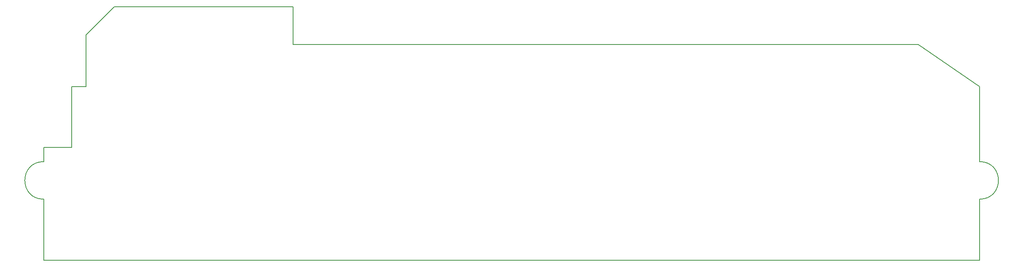
<source format=gbr>
%TF.GenerationSoftware,KiCad,Pcbnew,7.0.9*%
%TF.CreationDate,2023-12-27T00:16:36+05:30*%
%TF.ProjectId,Led_Cube_BaseControlerV2,4c65645f-4375-4626-955f-42617365436f,rev?*%
%TF.SameCoordinates,Original*%
%TF.FileFunction,Profile,NP*%
%FSLAX46Y46*%
G04 Gerber Fmt 4.6, Leading zero omitted, Abs format (unit mm)*
G04 Created by KiCad (PCBNEW 7.0.9) date 2023-12-27 00:16:36*
%MOMM*%
%LPD*%
G01*
G04 APERTURE LIST*
%TA.AperFunction,Profile*%
%ADD10C,0.200000*%
%TD*%
G04 APERTURE END LIST*
D10*
X36000000Y-70000000D02*
X36000000Y-67000000D01*
X45000000Y-43000000D02*
X45000000Y-54000000D01*
X235000000Y-54000000D02*
X222000000Y-45000000D01*
X36000000Y-70000000D02*
G75*
G03*
X36000000Y-78000000I0J-4000000D01*
G01*
X235000000Y-78000000D02*
G75*
G03*
X235000000Y-70000000I0J4000000D01*
G01*
X42000000Y-67000000D02*
X36000000Y-67000000D01*
X36000000Y-91000000D02*
X36000000Y-78000000D01*
X89000000Y-37000000D02*
X51000000Y-37000000D01*
X89000000Y-45000000D02*
X89000000Y-37000000D01*
X222000000Y-45000000D02*
X89000000Y-45000000D01*
X235000000Y-91000000D02*
X235000000Y-78000000D01*
X45000000Y-54000000D02*
X42000000Y-54000000D01*
X235000000Y-70000000D02*
X235000000Y-54000000D01*
X36000000Y-91000000D02*
X235000000Y-91000000D01*
X45000000Y-43000000D02*
X51000000Y-37000000D01*
X42000000Y-54000000D02*
X42000000Y-67000000D01*
M02*

</source>
